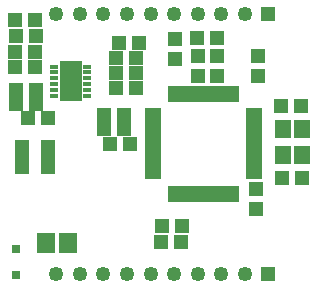
<source format=gbs>
G04 DipTrace 2.4.0.2*
%INBottomMask.gbr*%
%MOIN*%
%ADD25R,0.0315X0.0315*%
%ADD54R,0.0533X0.0631*%
%ADD62R,0.0749X0.1379*%
%ADD64R,0.0316X0.0171*%
%ADD66R,0.0198X0.0552*%
%ADD68R,0.0552X0.0198*%
%ADD76R,0.047X0.114*%
%ADD78R,0.0493X0.0493*%
%ADD80C,0.0493*%
%ADD94R,0.0474X0.0513*%
%ADD96R,0.0513X0.0474*%
%ADD98R,0.0592X0.0671*%
%FSLAX44Y44*%
G04*
G70*
G90*
G75*
G01*
%LNBotMask*%
%LPD*%
D98*
X5575Y6137D3*
X6323D3*
D96*
X4560Y11250D3*
X5229D3*
X8580Y11825D3*
X7911D3*
X13444Y8325D3*
X14114D3*
X14089Y10700D3*
X13420D3*
X4550Y13575D3*
X5219D3*
X9406Y6170D3*
X10075D3*
X9428Y6710D3*
X10097D3*
X8013Y12825D3*
X8682D3*
D94*
X12638Y11718D3*
Y12388D3*
D96*
X10593Y12972D3*
X11263D3*
D94*
X9888Y12262D3*
Y12932D3*
D96*
X4572Y13035D3*
X5241D3*
X4550Y12513D3*
X5219D3*
X4550Y12012D3*
X5219D3*
D25*
X4571Y5079D3*
Y5946D3*
D80*
X6700Y13780D3*
X7480D3*
X5910D3*
X8270D3*
X9060D3*
X9840D3*
X10630D3*
X11420D3*
X12200D3*
D78*
X12990D3*
D80*
X6700Y5120D3*
X7480D3*
X5910D3*
X8270D3*
X9060D3*
X9840D3*
X10630D3*
X11420D3*
X12200D3*
D78*
X12990D3*
D76*
X4780Y9010D3*
X5635D3*
D96*
X5637Y10317D3*
X4968D3*
X5237Y10790D3*
X4568D3*
X8580Y12325D3*
X7911D3*
X8580Y11325D3*
X7911D3*
X8187Y9952D3*
X7518D3*
D94*
X12575Y7933D3*
Y7263D3*
D96*
X8388Y9450D3*
X7718D3*
X7520Y10415D3*
X8189D3*
D94*
X11262Y11722D3*
Y12392D3*
X10638Y11723D3*
Y12392D3*
D68*
X12498Y10533D3*
Y10336D3*
Y10139D3*
Y9942D3*
Y9745D3*
Y9548D3*
Y9352D3*
Y9155D3*
Y8958D3*
Y8761D3*
Y8564D3*
Y8367D3*
D66*
X11908Y7777D3*
X11711D3*
X11514D3*
X11317D3*
X11120D3*
X10923D3*
X10727D3*
X10530D3*
X10333D3*
X10136D3*
X9939D3*
X9742D3*
D68*
X9152Y8367D3*
Y8564D3*
Y8761D3*
Y8958D3*
Y9155D3*
Y9352D3*
Y9548D3*
Y9745D3*
Y9942D3*
Y10139D3*
Y10336D3*
Y10533D3*
D66*
X9742Y11123D3*
X9939D3*
X10136D3*
X10333D3*
X10530D3*
X10727D3*
X10923D3*
X11120D3*
X11317D3*
X11514D3*
X11711D3*
X11908D3*
D64*
X6950Y12027D3*
Y11831D3*
Y11634D3*
Y11437D3*
Y11240D3*
Y11043D3*
X5848D3*
Y11240D3*
Y11437D3*
Y11634D3*
Y11831D3*
Y12027D3*
D62*
X6399Y11535D3*
D54*
X14100Y9950D3*
Y9084D3*
X13470D3*
Y9950D3*
M02*

</source>
